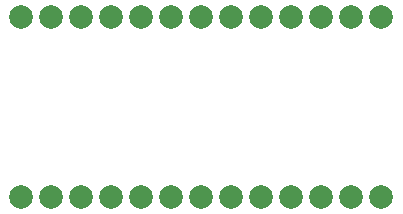
<source format=gbr>
%TF.GenerationSoftware,KiCad,Pcbnew,9.0.0*%
%TF.CreationDate,2025-04-03T20:24:28-07:00*%
%TF.ProjectId,nicenano-breakout,6e696365-6e61-46e6-9f2d-627265616b6f,rev?*%
%TF.SameCoordinates,Original*%
%TF.FileFunction,Copper,L1,Top*%
%TF.FilePolarity,Positive*%
%FSLAX46Y46*%
G04 Gerber Fmt 4.6, Leading zero omitted, Abs format (unit mm)*
G04 Created by KiCad (PCBNEW 9.0.0) date 2025-04-03 20:24:28*
%MOMM*%
%LPD*%
G01*
G04 APERTURE LIST*
%TA.AperFunction,ComponentPad*%
%ADD10C,2.000000*%
%TD*%
G04 APERTURE END LIST*
D10*
%TO.P,U1,1,GP0(TX)*%
%TO.N,unconnected-(U1-GP0(TX)-Pad1)*%
X202449159Y-79055400D03*
%TO.P,U1,2,GP1(RX)*%
%TO.N,unconnected-(U1-GP1(RX)-Pad2)*%
X199909159Y-79055400D03*
%TO.P,U1,3,GND*%
%TO.N,unconnected-(U1-GND-Pad3)*%
X197369159Y-79055400D03*
%TO.P,U1,4,GND*%
%TO.N,unconnected-(U1-GND-Pad4)*%
X194829159Y-79055400D03*
%TO.P,U1,5,SDA(GP2)*%
%TO.N,/SDA*%
X192289159Y-79055400D03*
%TO.P,U1,6,SCL(GP3)*%
%TO.N,/SCL*%
X189749159Y-79055400D03*
%TO.P,U1,7,GP4*%
%TO.N,unconnected-(U1-GP4-Pad7)*%
X187209159Y-79055400D03*
%TO.P,U1,8,GP5*%
%TO.N,unconnected-(U1-GP5-Pad8)*%
X184669159Y-79055400D03*
%TO.P,U1,9,GP6*%
%TO.N,unconnected-(U1-GP6-Pad9)*%
X182129159Y-79055400D03*
%TO.P,U1,10,GP7*%
%TO.N,unconnected-(U1-GP7-Pad10)*%
X179589159Y-79055400D03*
%TO.P,U1,11,GP8*%
%TO.N,unconnected-(U1-GP8-Pad11)*%
X177049159Y-79055400D03*
%TO.P,U1,12,GP9*%
%TO.N,unconnected-(U1-GP9-Pad12)*%
X174509159Y-79055400D03*
%TO.P,U1,13,GP21*%
%TO.N,unconnected-(U1-GP21-Pad13)*%
X174509169Y-94295410D03*
%TO.P,U1,14,GP23*%
%TO.N,unconnected-(U1-GP23-Pad14)*%
X177049169Y-94295410D03*
%TO.P,U1,15,GP20*%
%TO.N,unconnected-(U1-GP20-Pad15)*%
X179589169Y-94295410D03*
%TO.P,U1,16,GP22*%
%TO.N,unconnected-(U1-GP22-Pad16)*%
X182129169Y-94295410D03*
%TO.P,U1,17,GP26(A0)*%
%TO.N,unconnected-(U1-GP26(A0)-Pad17)*%
X184669169Y-94295410D03*
%TO.P,U1,18,GP27(A1)*%
%TO.N,unconnected-(U1-GP27(A1)-Pad18)*%
X187209169Y-94295410D03*
%TO.P,U1,19,GP28(A2)*%
%TO.N,unconnected-(U1-GP28(A2)-Pad19)*%
X189749169Y-94295410D03*
%TO.P,U1,20,GP29(A3)*%
%TO.N,unconnected-(U1-GP29(A3)-Pad20)*%
X192289169Y-94295410D03*
%TO.P,U1,21,3v3*%
%TO.N,VCC*%
X194829169Y-94295410D03*
%TO.P,U1,22,RST*%
%TO.N,unconnected-(U1-RST-Pad22)*%
X197369169Y-94295410D03*
%TO.P,U1,23,GND*%
%TO.N,GND*%
X199909169Y-94295410D03*
%TO.P,U1,24,5V*%
%TO.N,/RAW*%
X202449169Y-94295410D03*
%TO.P,U1,33,GP10(B-)*%
%TO.N,unconnected-(U1-GP10(B-)-Pad33)*%
X204989159Y-79055400D03*
%TO.P,U1,34,GP11(B+)*%
%TO.N,unconnected-(U1-GP11(B+)-Pad34)*%
X204989169Y-94295410D03*
%TD*%
M02*

</source>
